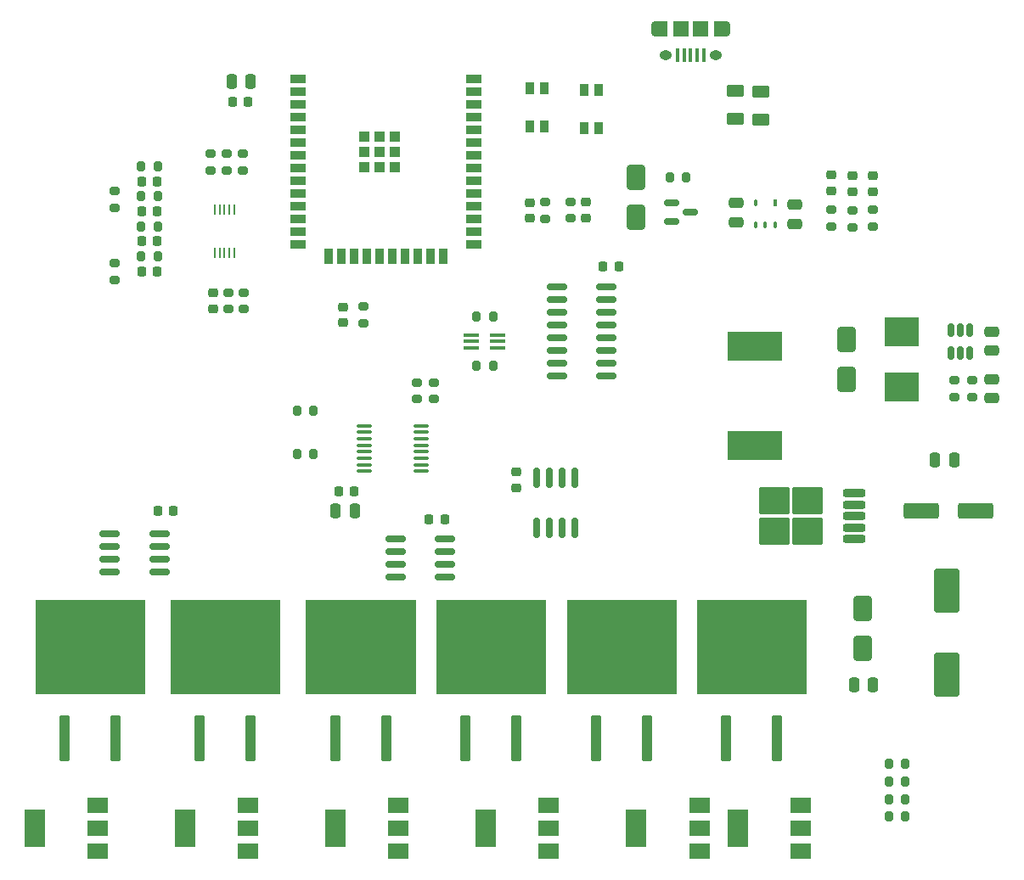
<source format=gtp>
G04 #@! TF.GenerationSoftware,KiCad,Pcbnew,7.0.10-7.0.10~ubuntu20.04.1*
G04 #@! TF.CreationDate,2024-02-22T17:13:58-03:00*
G04 #@! TF.ProjectId,FluOpti_V3.0,466c754f-7074-4695-9f56-332e302e6b69,rev?*
G04 #@! TF.SameCoordinates,Original*
G04 #@! TF.FileFunction,Paste,Top*
G04 #@! TF.FilePolarity,Positive*
%FSLAX46Y46*%
G04 Gerber Fmt 4.6, Leading zero omitted, Abs format (unit mm)*
G04 Created by KiCad (PCBNEW 7.0.10-7.0.10~ubuntu20.04.1) date 2024-02-22 17:13:58*
%MOMM*%
%LPD*%
G01*
G04 APERTURE LIST*
G04 Aperture macros list*
%AMRoundRect*
0 Rectangle with rounded corners*
0 $1 Rounding radius*
0 $2 $3 $4 $5 $6 $7 $8 $9 X,Y pos of 4 corners*
0 Add a 4 corners polygon primitive as box body*
4,1,4,$2,$3,$4,$5,$6,$7,$8,$9,$2,$3,0*
0 Add four circle primitives for the rounded corners*
1,1,$1+$1,$2,$3*
1,1,$1+$1,$4,$5*
1,1,$1+$1,$6,$7*
1,1,$1+$1,$8,$9*
0 Add four rect primitives between the rounded corners*
20,1,$1+$1,$2,$3,$4,$5,0*
20,1,$1+$1,$4,$5,$6,$7,0*
20,1,$1+$1,$6,$7,$8,$9,0*
20,1,$1+$1,$8,$9,$2,$3,0*%
G04 Aperture macros list end*
%ADD10C,0.100000*%
%ADD11RoundRect,0.150000X-0.587500X-0.150000X0.587500X-0.150000X0.587500X0.150000X-0.587500X0.150000X0*%
%ADD12RoundRect,0.250000X1.000000X-1.950000X1.000000X1.950000X-1.000000X1.950000X-1.000000X-1.950000X0*%
%ADD13RoundRect,0.250000X-0.250000X-0.475000X0.250000X-0.475000X0.250000X0.475000X-0.250000X0.475000X0*%
%ADD14RoundRect,0.225000X-0.250000X0.225000X-0.250000X-0.225000X0.250000X-0.225000X0.250000X0.225000X0*%
%ADD15RoundRect,0.218750X0.256250X-0.218750X0.256250X0.218750X-0.256250X0.218750X-0.256250X-0.218750X0*%
%ADD16RoundRect,0.250000X0.300000X-2.050000X0.300000X2.050000X-0.300000X2.050000X-0.300000X-2.050000X0*%
%ADD17R,5.400000X2.900000*%
%ADD18R,2.000000X1.500000*%
%ADD19R,2.000000X3.800000*%
%ADD20RoundRect,0.200000X0.275000X-0.200000X0.275000X0.200000X-0.275000X0.200000X-0.275000X-0.200000X0*%
%ADD21RoundRect,0.250000X0.250000X0.475000X-0.250000X0.475000X-0.250000X-0.475000X0.250000X-0.475000X0*%
%ADD22RoundRect,0.218750X-0.256250X0.218750X-0.256250X-0.218750X0.256250X-0.218750X0.256250X0.218750X0*%
%ADD23RoundRect,0.200000X-0.275000X0.200000X-0.275000X-0.200000X0.275000X-0.200000X0.275000X0.200000X0*%
%ADD24RoundRect,0.200000X-0.200000X-0.275000X0.200000X-0.275000X0.200000X0.275000X-0.200000X0.275000X0*%
%ADD25RoundRect,0.225000X0.225000X0.250000X-0.225000X0.250000X-0.225000X-0.250000X0.225000X-0.250000X0*%
%ADD26RoundRect,0.250000X0.475000X-0.250000X0.475000X0.250000X-0.475000X0.250000X-0.475000X-0.250000X0*%
%ADD27RoundRect,0.225000X-0.225000X-0.250000X0.225000X-0.250000X0.225000X0.250000X-0.225000X0.250000X0*%
%ADD28RoundRect,0.250000X0.650000X-1.000000X0.650000X1.000000X-0.650000X1.000000X-0.650000X-1.000000X0*%
%ADD29RoundRect,0.250000X-0.625000X0.375000X-0.625000X-0.375000X0.625000X-0.375000X0.625000X0.375000X0*%
%ADD30RoundRect,0.150000X0.150000X-0.825000X0.150000X0.825000X-0.150000X0.825000X-0.150000X-0.825000X0*%
%ADD31RoundRect,0.150000X0.150000X-0.512500X0.150000X0.512500X-0.150000X0.512500X-0.150000X-0.512500X0*%
%ADD32RoundRect,0.200000X0.900000X0.200000X-0.900000X0.200000X-0.900000X-0.200000X0.900000X-0.200000X0*%
%ADD33RoundRect,0.250000X1.275000X1.125000X-1.275000X1.125000X-1.275000X-1.125000X1.275000X-1.125000X0*%
%ADD34R,0.250000X1.100000*%
%ADD35RoundRect,0.250000X-0.475000X0.250000X-0.475000X-0.250000X0.475000X-0.250000X0.475000X0.250000X0*%
%ADD36RoundRect,0.200000X0.200000X0.275000X-0.200000X0.275000X-0.200000X-0.275000X0.200000X-0.275000X0*%
%ADD37R,1.500000X0.400000*%
%ADD38R,0.900000X1.250000*%
%ADD39R,3.500000X2.950000*%
%ADD40RoundRect,0.100000X-0.637500X-0.100000X0.637500X-0.100000X0.637500X0.100000X-0.637500X0.100000X0*%
%ADD41RoundRect,0.250000X-1.500000X-0.550000X1.500000X-0.550000X1.500000X0.550000X-1.500000X0.550000X0*%
%ADD42RoundRect,0.150000X-0.825000X-0.150000X0.825000X-0.150000X0.825000X0.150000X-0.825000X0.150000X0*%
%ADD43RoundRect,0.105000X0.105000X0.205000X-0.105000X0.205000X-0.105000X-0.205000X0.105000X-0.205000X0*%
%ADD44RoundRect,0.105000X0.105000X0.220000X-0.105000X0.220000X-0.105000X-0.220000X0.105000X-0.220000X0*%
%ADD45O,0.890000X1.550000*%
%ADD46O,1.250000X0.950000*%
%ADD47R,0.400000X1.350000*%
%ADD48R,1.200000X1.550000*%
%ADD49R,1.500000X1.550000*%
%ADD50R,1.500000X0.900000*%
%ADD51R,0.900000X1.500000*%
%ADD52R,1.050000X1.050000*%
G04 APERTURE END LIST*
D10*
X96086000Y-119048000D02*
X106939000Y-119048000D01*
X106939000Y-119048000D02*
X106939000Y-109667000D01*
X106939000Y-109667000D02*
X96086000Y-109667000D01*
X96086000Y-109667000D02*
X96086000Y-119048000D01*
G36*
X96086000Y-119048000D02*
G01*
X106939000Y-119048000D01*
X106939000Y-109667000D01*
X96086000Y-109667000D01*
X96086000Y-119048000D01*
G37*
X82586000Y-119048000D02*
X93439000Y-119048000D01*
X93439000Y-119048000D02*
X93439000Y-109667000D01*
X93439000Y-109667000D02*
X82586000Y-109667000D01*
X82586000Y-109667000D02*
X82586000Y-119048000D01*
G36*
X82586000Y-119048000D02*
G01*
X93439000Y-119048000D01*
X93439000Y-109667000D01*
X82586000Y-109667000D01*
X82586000Y-119048000D01*
G37*
X109586000Y-119048000D02*
X120439000Y-119048000D01*
X120439000Y-119048000D02*
X120439000Y-109667000D01*
X120439000Y-109667000D02*
X109586000Y-109667000D01*
X109586000Y-109667000D02*
X109586000Y-119048000D01*
G36*
X109586000Y-119048000D02*
G01*
X120439000Y-119048000D01*
X120439000Y-109667000D01*
X109586000Y-109667000D01*
X109586000Y-119048000D01*
G37*
X148586000Y-119048000D02*
X159439000Y-119048000D01*
X159439000Y-119048000D02*
X159439000Y-109667000D01*
X159439000Y-109667000D02*
X148586000Y-109667000D01*
X148586000Y-109667000D02*
X148586000Y-119048000D01*
G36*
X148586000Y-119048000D02*
G01*
X159439000Y-119048000D01*
X159439000Y-109667000D01*
X148586000Y-109667000D01*
X148586000Y-119048000D01*
G37*
X135616000Y-119048000D02*
X146469000Y-119048000D01*
X146469000Y-119048000D02*
X146469000Y-109667000D01*
X146469000Y-109667000D02*
X135616000Y-109667000D01*
X135616000Y-109667000D02*
X135616000Y-119048000D01*
G36*
X135616000Y-119048000D02*
G01*
X146469000Y-119048000D01*
X146469000Y-109667000D01*
X135616000Y-109667000D01*
X135616000Y-119048000D01*
G37*
X122586000Y-119048000D02*
X133439000Y-119048000D01*
X133439000Y-119048000D02*
X133439000Y-109667000D01*
X133439000Y-109667000D02*
X122586000Y-109667000D01*
X122586000Y-109667000D02*
X122586000Y-119048000D01*
G36*
X122586000Y-119048000D02*
G01*
X133439000Y-119048000D01*
X133439000Y-109667000D01*
X122586000Y-109667000D01*
X122586000Y-119048000D01*
G37*
D11*
X146000000Y-70050000D03*
X146000000Y-71950000D03*
X147875000Y-71000000D03*
D12*
X173460000Y-117182500D03*
X173460000Y-108782500D03*
D13*
X172310000Y-95720000D03*
X174210000Y-95720000D03*
D14*
X130530000Y-96935000D03*
X130530000Y-98485000D03*
D15*
X113270000Y-82057500D03*
X113270000Y-80482500D03*
D16*
X99000000Y-123500000D03*
X104080000Y-123500000D03*
D17*
X154320000Y-84400000D03*
X154320000Y-94300000D03*
D18*
X118800000Y-134800000D03*
X118800000Y-132500000D03*
D19*
X112500000Y-132500000D03*
D18*
X118800000Y-130200000D03*
D20*
X120610000Y-89665000D03*
X120610000Y-88015000D03*
D16*
X85500000Y-123500000D03*
X90580000Y-123500000D03*
D20*
X101680000Y-66840000D03*
X101680000Y-65190000D03*
D21*
X114450000Y-100830000D03*
X112550000Y-100830000D03*
D22*
X161990000Y-67312500D03*
X161990000Y-68887500D03*
D23*
X90460000Y-76110000D03*
X90460000Y-77760000D03*
D24*
X167695000Y-129573332D03*
X169345000Y-129573332D03*
D25*
X103825000Y-59980000D03*
X102275000Y-59980000D03*
D26*
X177940000Y-89550000D03*
X177940000Y-87650000D03*
D27*
X93185000Y-70920000D03*
X94735000Y-70920000D03*
D23*
X103330000Y-79030000D03*
X103330000Y-80680000D03*
D24*
X167695000Y-131330000D03*
X169345000Y-131330000D03*
D28*
X163480000Y-87700000D03*
X163480000Y-83700000D03*
D29*
X154890000Y-58980000D03*
X154890000Y-61780000D03*
D14*
X100280000Y-79070000D03*
X100280000Y-80620000D03*
D30*
X132595000Y-102475000D03*
X133865000Y-102475000D03*
X135135000Y-102475000D03*
X136405000Y-102475000D03*
X136405000Y-97525000D03*
X135135000Y-97525000D03*
X133865000Y-97525000D03*
X132595000Y-97525000D03*
D27*
X94825000Y-100800000D03*
X96375000Y-100800000D03*
D31*
X173900000Y-85057500D03*
X174850000Y-85057500D03*
X175800000Y-85057500D03*
X175800000Y-82782500D03*
X174850000Y-82782500D03*
X173900000Y-82782500D03*
D32*
X164220000Y-103630000D03*
X164220000Y-102490000D03*
X164220000Y-101350000D03*
X164220000Y-100210000D03*
X164220000Y-99070000D03*
D33*
X159595000Y-102875000D03*
X159595000Y-99825000D03*
X156245000Y-102875000D03*
X156245000Y-99825000D03*
D18*
X103800000Y-134800000D03*
X103800000Y-132500000D03*
D19*
X97500000Y-132500000D03*
D18*
X103800000Y-130200000D03*
D28*
X165090000Y-114517500D03*
X165090000Y-110517500D03*
D34*
X102460000Y-70770000D03*
X101960000Y-70770000D03*
X101460000Y-70770000D03*
X100960000Y-70770000D03*
X100460000Y-70770000D03*
X100460000Y-75070000D03*
X100960000Y-75070000D03*
X101460000Y-75070000D03*
X101960000Y-75070000D03*
X102460000Y-75070000D03*
D24*
X167695000Y-127816666D03*
X169345000Y-127816666D03*
D18*
X148800000Y-134800000D03*
X148800000Y-132500000D03*
D19*
X142500000Y-132500000D03*
D18*
X148800000Y-130200000D03*
X133800000Y-134800000D03*
X133800000Y-132500000D03*
D19*
X127500000Y-132500000D03*
D18*
X133800000Y-130200000D03*
D35*
X152510000Y-70120000D03*
X152510000Y-72020000D03*
D22*
X164060000Y-67375000D03*
X164060000Y-68950000D03*
D14*
X137510000Y-70025000D03*
X137510000Y-71575000D03*
D36*
X128225000Y-81405000D03*
X126575000Y-81405000D03*
D23*
X101840000Y-79040000D03*
X101840000Y-80690000D03*
X174200000Y-87785000D03*
X174200000Y-89435000D03*
D36*
X128225000Y-86300000D03*
X126575000Y-86300000D03*
D20*
X103260000Y-66840000D03*
X103260000Y-65190000D03*
D37*
X126050000Y-83260000D03*
X126050000Y-83910000D03*
X126050000Y-84560000D03*
X128710000Y-84560000D03*
X128710000Y-83910000D03*
X128710000Y-83260000D03*
D16*
X112500000Y-123500000D03*
X117580000Y-123500000D03*
D35*
X178000000Y-82910000D03*
X178000000Y-84810000D03*
D27*
X93185000Y-73920000D03*
X94735000Y-73920000D03*
D36*
X110335000Y-95150000D03*
X108685000Y-95150000D03*
D38*
X133370000Y-62475000D03*
X133370000Y-58625000D03*
X131870000Y-62475000D03*
X131870000Y-58625000D03*
D29*
X152390000Y-58930000D03*
X152390000Y-61730000D03*
D39*
X168980000Y-82975000D03*
X168980000Y-88425000D03*
D36*
X169345000Y-126060000D03*
X167695000Y-126060000D03*
D26*
X158340000Y-72180000D03*
X158340000Y-70280000D03*
D38*
X138800000Y-62650000D03*
X138800000Y-58800000D03*
X137300000Y-62650000D03*
X137300000Y-58800000D03*
D16*
X151500000Y-123500000D03*
X156580000Y-123500000D03*
D24*
X93135000Y-66420000D03*
X94785000Y-66420000D03*
X93135000Y-69420000D03*
X94785000Y-69420000D03*
D40*
X115357500Y-92315000D03*
X115357500Y-92965000D03*
X115357500Y-93615000D03*
X115357500Y-94265000D03*
X115357500Y-94915000D03*
X115357500Y-95565000D03*
X115357500Y-96215000D03*
X115357500Y-96865000D03*
X121082500Y-96865000D03*
X121082500Y-96215000D03*
X121082500Y-95565000D03*
X121082500Y-94915000D03*
X121082500Y-94265000D03*
X121082500Y-93615000D03*
X121082500Y-92965000D03*
X121082500Y-92315000D03*
D25*
X123395000Y-101640000D03*
X121845000Y-101640000D03*
D20*
X100100000Y-66840000D03*
X100100000Y-65190000D03*
D41*
X170920000Y-100820000D03*
X176320000Y-100820000D03*
D20*
X175970000Y-89435000D03*
X175970000Y-87785000D03*
D18*
X88800000Y-134800000D03*
X88800000Y-132500000D03*
D19*
X82500000Y-132500000D03*
D18*
X88800000Y-130200000D03*
X158950000Y-134800000D03*
X158950000Y-132500000D03*
D19*
X152650000Y-132500000D03*
D18*
X158950000Y-130200000D03*
D24*
X108685000Y-90780000D03*
X110335000Y-90780000D03*
D25*
X114415000Y-98830000D03*
X112865000Y-98830000D03*
D42*
X90025000Y-103095000D03*
X90025000Y-104365000D03*
X90025000Y-105635000D03*
X90025000Y-106905000D03*
X94975000Y-106905000D03*
X94975000Y-105635000D03*
X94975000Y-104365000D03*
X94975000Y-103095000D03*
D27*
X93185000Y-76920000D03*
X94735000Y-76920000D03*
D20*
X115270000Y-82095000D03*
X115270000Y-80445000D03*
D24*
X93135000Y-72420000D03*
X94785000Y-72420000D03*
D43*
X154430000Y-72320000D03*
X155380000Y-72320000D03*
X156330000Y-72320000D03*
D44*
X156330000Y-70120000D03*
D43*
X154430000Y-70120000D03*
D20*
X164060000Y-72525000D03*
X164060000Y-70875000D03*
X135940000Y-71625000D03*
X135940000Y-69975000D03*
D23*
X90460000Y-68920000D03*
X90460000Y-70570000D03*
D21*
X166120000Y-118207500D03*
X164220000Y-118207500D03*
D16*
X138530000Y-123500000D03*
X143610000Y-123500000D03*
D23*
X161990000Y-70775000D03*
X161990000Y-72425000D03*
D42*
X118525000Y-103595000D03*
X118525000Y-104865000D03*
X118525000Y-106135000D03*
X118525000Y-107405000D03*
X123475000Y-107405000D03*
X123475000Y-106135000D03*
X123475000Y-104865000D03*
X123475000Y-103595000D03*
D16*
X125500000Y-123500000D03*
X130580000Y-123500000D03*
D20*
X133430000Y-71655000D03*
X133430000Y-70005000D03*
D28*
X142500000Y-71500000D03*
X142500000Y-67500000D03*
D24*
X93135000Y-75420000D03*
X94785000Y-75420000D03*
D21*
X104050000Y-57980000D03*
X102150000Y-57980000D03*
D14*
X131860000Y-70055000D03*
X131860000Y-71605000D03*
D20*
X122340000Y-89645000D03*
X122340000Y-87995000D03*
D42*
X134575000Y-78465000D03*
X134575000Y-79735000D03*
X134575000Y-81005000D03*
X134575000Y-82275000D03*
X134575000Y-83545000D03*
X134575000Y-84815000D03*
X134575000Y-86085000D03*
X134575000Y-87355000D03*
X139525000Y-87355000D03*
X139525000Y-86085000D03*
X139525000Y-84815000D03*
X139525000Y-83545000D03*
X139525000Y-82275000D03*
X139525000Y-81005000D03*
X139525000Y-79735000D03*
X139525000Y-78465000D03*
D24*
X145850000Y-67500000D03*
X147500000Y-67500000D03*
D45*
X151430000Y-52680000D03*
D46*
X150430000Y-55380000D03*
X145430000Y-55380000D03*
D45*
X144430000Y-52680000D03*
D47*
X149230000Y-55380000D03*
X148580000Y-55380000D03*
X147930000Y-55380000D03*
X147280000Y-55380000D03*
X146630000Y-55380000D03*
D48*
X150830000Y-52680000D03*
D49*
X148930000Y-52680000D03*
X146930000Y-52680000D03*
D48*
X145030000Y-52680000D03*
D27*
X93185000Y-67920000D03*
X94735000Y-67920000D03*
D50*
X108820000Y-57690000D03*
X108820000Y-58960000D03*
X108820000Y-60230000D03*
X108820000Y-61500000D03*
X108820000Y-62770000D03*
X108820000Y-64040000D03*
X108820000Y-65310000D03*
X108820000Y-66580000D03*
X108820000Y-67850000D03*
X108820000Y-69120000D03*
X108820000Y-70390000D03*
X108820000Y-71660000D03*
X108820000Y-72930000D03*
X108820000Y-74200000D03*
D51*
X111860000Y-75450000D03*
X113130000Y-75450000D03*
X114400000Y-75450000D03*
X115670000Y-75450000D03*
X116940000Y-75450000D03*
X118210000Y-75450000D03*
X119480000Y-75450000D03*
X120750000Y-75450000D03*
X122020000Y-75450000D03*
X123290000Y-75450000D03*
D50*
X126320000Y-74200000D03*
X126320000Y-72930000D03*
X126320000Y-71660000D03*
X126320000Y-70390000D03*
X126320000Y-69120000D03*
X126320000Y-67850000D03*
X126320000Y-66580000D03*
X126320000Y-65310000D03*
X126320000Y-64040000D03*
X126320000Y-62770000D03*
X126320000Y-61500000D03*
X126320000Y-60230000D03*
X126320000Y-58960000D03*
X126320000Y-57690000D03*
D52*
X115365000Y-63505000D03*
X115365000Y-65030000D03*
X115365000Y-66555000D03*
X116890000Y-63505000D03*
X116890000Y-65030000D03*
X116890000Y-66555000D03*
X118415000Y-63505000D03*
X118415000Y-65030000D03*
X118415000Y-66555000D03*
D23*
X166110000Y-70775000D03*
X166110000Y-72425000D03*
D22*
X166110000Y-67375000D03*
X166110000Y-68950000D03*
D27*
X139220000Y-76420000D03*
X140770000Y-76420000D03*
M02*

</source>
